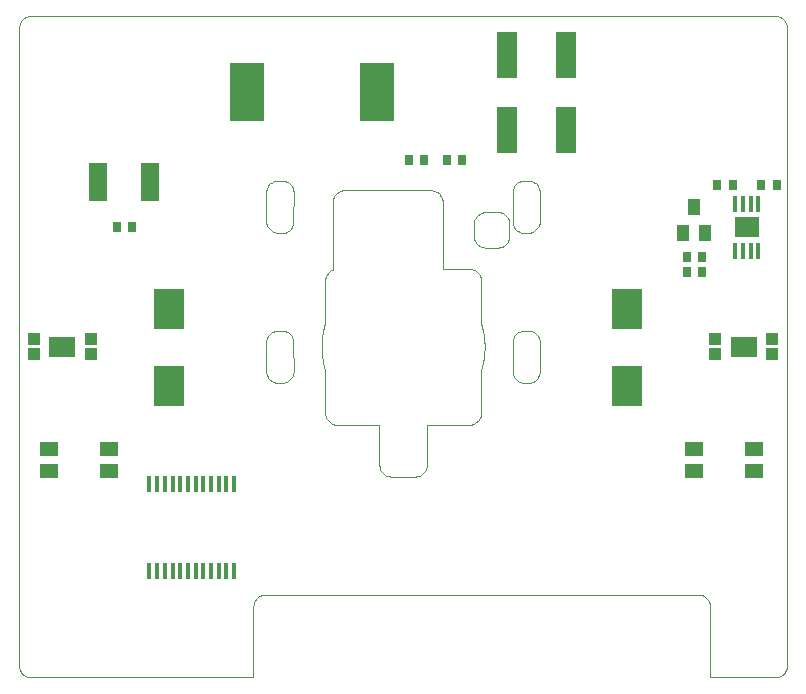
<source format=gtp>
G75*
%MOIN*%
%OFA0B0*%
%FSLAX25Y25*%
%IPPOS*%
%LPD*%
%AMOC8*
5,1,8,0,0,1.08239X$1,22.5*
%
%ADD10C,0.00004*%
%ADD11R,0.03937X0.05512*%
%ADD12R,0.01772X0.05315*%
%ADD13R,0.07874X0.06693*%
%ADD14R,0.04331X0.03937*%
%ADD15R,0.08661X0.07087*%
%ADD16R,0.02756X0.03543*%
%ADD17R,0.09843X0.13780*%
%ADD18R,0.06102X0.12992*%
%ADD19R,0.07087X0.15748*%
%ADD20R,0.11811X0.19685*%
%ADD21R,0.01370X0.05500*%
%ADD22R,0.05906X0.05118*%
D10*
X0003842Y0003667D02*
X0004027Y0003504D01*
X0004223Y0003352D01*
X0004428Y0003213D01*
X0004640Y0003087D01*
X0004861Y0002975D01*
X0005088Y0002877D01*
X0005320Y0002793D01*
X0005558Y0002724D01*
X0005799Y0002670D01*
X0006044Y0002631D01*
X0006290Y0002608D01*
X0006537Y0002600D01*
X0080693Y0002600D01*
X0080691Y0026222D01*
X0080696Y0026428D01*
X0080750Y0026906D01*
X0080863Y0027373D01*
X0081031Y0027823D01*
X0081253Y0028250D01*
X0081525Y0028646D01*
X0081844Y0029006D01*
X0082204Y0029324D01*
X0082600Y0029597D01*
X0083026Y0029819D01*
X0083477Y0029987D01*
X0083944Y0030099D01*
X0084422Y0030154D01*
X0228978Y0030159D01*
X0229389Y0030137D01*
X0229863Y0030058D01*
X0230324Y0029922D01*
X0230765Y0029730D01*
X0231180Y0029486D01*
X0231561Y0029193D01*
X0231904Y0028856D01*
X0232203Y0028480D01*
X0232454Y0028070D01*
X0232654Y0027633D01*
X0232798Y0027174D01*
X0232885Y0026702D01*
X0232915Y0026222D01*
X0232915Y0002600D01*
X0254569Y0002600D01*
X0254816Y0002608D01*
X0255062Y0002631D01*
X0255306Y0002670D01*
X0255548Y0002724D01*
X0255785Y0002793D01*
X0256018Y0002877D01*
X0256245Y0002975D01*
X0256465Y0003087D01*
X0256678Y0003213D01*
X0256883Y0003352D01*
X0257078Y0003504D01*
X0257263Y0003667D01*
X0257439Y0003842D01*
X0257602Y0004027D01*
X0257754Y0004223D01*
X0257893Y0004428D01*
X0258019Y0004640D01*
X0258131Y0004861D01*
X0258229Y0005088D01*
X0258313Y0005320D01*
X0258382Y0005558D01*
X0258436Y0005799D01*
X0258474Y0006044D01*
X0258498Y0006290D01*
X0258506Y0006537D01*
X0258506Y0219135D01*
X0258498Y0219383D01*
X0258474Y0219629D01*
X0258436Y0219873D01*
X0258382Y0220115D01*
X0258313Y0220352D01*
X0258229Y0220585D01*
X0258131Y0220812D01*
X0258019Y0221032D01*
X0257893Y0221245D01*
X0257754Y0221450D01*
X0257602Y0221645D01*
X0257439Y0221830D01*
X0257263Y0222006D01*
X0257078Y0222169D01*
X0256883Y0222320D01*
X0256678Y0222459D01*
X0256465Y0222585D01*
X0256245Y0222698D01*
X0256018Y0222796D01*
X0255785Y0222880D01*
X0255548Y0222949D01*
X0255306Y0223003D01*
X0255062Y0223041D01*
X0254816Y0223065D01*
X0254569Y0223072D01*
X0006537Y0223072D01*
X0006290Y0223065D01*
X0006044Y0223041D01*
X0005799Y0223003D01*
X0005558Y0222949D01*
X0005320Y0222880D01*
X0005088Y0222796D01*
X0004861Y0222698D01*
X0004640Y0222585D01*
X0004428Y0222459D01*
X0004223Y0222320D01*
X0004027Y0222169D01*
X0003842Y0222006D01*
X0003667Y0221830D01*
X0003504Y0221645D01*
X0003352Y0221450D01*
X0003213Y0221245D01*
X0003087Y0221032D01*
X0002975Y0220812D01*
X0002877Y0220585D01*
X0002793Y0220352D01*
X0002724Y0220115D01*
X0002670Y0219873D01*
X0002631Y0219629D01*
X0002608Y0219383D01*
X0002600Y0219135D01*
X0002600Y0006537D01*
X0002608Y0006290D01*
X0002631Y0006044D01*
X0002670Y0005799D01*
X0002724Y0005558D01*
X0002793Y0005320D01*
X0002877Y0005088D01*
X0002975Y0004861D01*
X0003087Y0004640D01*
X0003213Y0004428D01*
X0003352Y0004223D01*
X0003504Y0004027D01*
X0003667Y0003842D01*
X0003842Y0003667D01*
X0086336Y0101696D02*
X0085993Y0102033D01*
X0085694Y0102409D01*
X0085443Y0102819D01*
X0085243Y0103256D01*
X0085099Y0103715D01*
X0085011Y0104187D01*
X0084982Y0104667D01*
X0084984Y0114450D01*
X0085030Y0114928D01*
X0085135Y0115398D01*
X0085295Y0115851D01*
X0085509Y0116281D01*
X0085775Y0116682D01*
X0086087Y0117048D01*
X0086441Y0117372D01*
X0086833Y0117651D01*
X0087255Y0117881D01*
X0087702Y0118057D01*
X0088168Y0118177D01*
X0088644Y0118240D01*
X0090100Y0118250D01*
X0090306Y0118244D01*
X0090784Y0118190D01*
X0091251Y0118078D01*
X0091701Y0117909D01*
X0092128Y0117687D01*
X0092524Y0117415D01*
X0092884Y0117096D01*
X0093202Y0116736D01*
X0093475Y0116340D01*
X0093696Y0115914D01*
X0093865Y0115464D01*
X0093977Y0114996D01*
X0094031Y0114519D01*
X0094035Y0104530D01*
X0093989Y0104051D01*
X0093885Y0103582D01*
X0093724Y0103129D01*
X0093509Y0102698D01*
X0093244Y0102298D01*
X0092932Y0101932D01*
X0092578Y0101607D01*
X0092186Y0101328D01*
X0091764Y0101099D01*
X0091317Y0100923D01*
X0090851Y0100802D01*
X0090375Y0100740D01*
X0088919Y0100730D01*
X0088507Y0100752D01*
X0088033Y0100831D01*
X0087572Y0100967D01*
X0087131Y0101159D01*
X0086717Y0101403D01*
X0086336Y0101696D01*
X0104194Y0106264D02*
X0104083Y0106725D01*
X0103981Y0107188D01*
X0103887Y0107653D01*
X0103800Y0108119D01*
X0103722Y0108587D01*
X0103652Y0109056D01*
X0103590Y0109526D01*
X0103536Y0109996D01*
X0103491Y0110469D01*
X0103454Y0110941D01*
X0103425Y0111415D01*
X0103404Y0111888D01*
X0103391Y0112362D01*
X0103387Y0112836D01*
X0103391Y0113310D01*
X0103404Y0113784D01*
X0103425Y0114258D01*
X0103454Y0114731D01*
X0103491Y0115204D01*
X0103536Y0115676D01*
X0103590Y0116147D01*
X0103652Y0116617D01*
X0103722Y0117086D01*
X0103800Y0117554D01*
X0103887Y0118020D01*
X0103981Y0118484D01*
X0104083Y0118947D01*
X0104194Y0119408D01*
X0104313Y0119867D01*
X0104440Y0120324D01*
X0104570Y0120765D01*
X0104569Y0134883D01*
X0104574Y0135089D01*
X0104628Y0135567D01*
X0104741Y0136034D01*
X0104909Y0136485D01*
X0105131Y0136911D01*
X0105403Y0137307D01*
X0105722Y0137667D01*
X0106082Y0137986D01*
X0106478Y0138258D01*
X0106904Y0138480D01*
X0107133Y0138565D01*
X0107128Y0161065D01*
X0107133Y0161270D01*
X0107187Y0161748D01*
X0107300Y0162216D01*
X0107468Y0162666D01*
X0107690Y0163092D01*
X0107962Y0163488D01*
X0108281Y0163848D01*
X0108641Y0164167D01*
X0109037Y0164439D01*
X0109463Y0164661D01*
X0109913Y0164830D01*
X0110381Y0164942D01*
X0110859Y0164996D01*
X0139805Y0165002D01*
X0140216Y0164980D01*
X0140690Y0164901D01*
X0141151Y0164764D01*
X0141592Y0164572D01*
X0142006Y0164328D01*
X0142387Y0164036D01*
X0142730Y0163699D01*
X0143030Y0163323D01*
X0143281Y0162913D01*
X0143480Y0162476D01*
X0143625Y0162017D01*
X0143712Y0161544D01*
X0143742Y0161065D01*
X0143742Y0138819D01*
X0152600Y0138820D01*
X0153011Y0138799D01*
X0153485Y0138720D01*
X0153946Y0138583D01*
X0154387Y0138391D01*
X0154802Y0138147D01*
X0155183Y0137855D01*
X0155526Y0137518D01*
X0155825Y0137142D01*
X0156076Y0136732D01*
X0156276Y0136294D01*
X0156420Y0135836D01*
X0156507Y0135363D01*
X0156537Y0134883D01*
X0156537Y0120759D01*
X0156666Y0120324D01*
X0156793Y0119867D01*
X0156911Y0119408D01*
X0157022Y0118947D01*
X0157124Y0118484D01*
X0157219Y0118020D01*
X0157306Y0117554D01*
X0157383Y0117086D01*
X0157454Y0116617D01*
X0157516Y0116147D01*
X0157569Y0115676D01*
X0157615Y0115204D01*
X0157652Y0114731D01*
X0157681Y0114258D01*
X0157702Y0113784D01*
X0157714Y0113310D01*
X0157718Y0112836D01*
X0157714Y0112362D01*
X0157702Y0111888D01*
X0157681Y0111415D01*
X0157652Y0110941D01*
X0157615Y0110469D01*
X0157569Y0109996D01*
X0157516Y0109526D01*
X0157454Y0109056D01*
X0157383Y0108587D01*
X0157306Y0108119D01*
X0157219Y0107653D01*
X0157124Y0107188D01*
X0157022Y0106725D01*
X0156911Y0106264D01*
X0156793Y0105805D01*
X0156666Y0105348D01*
X0156537Y0104914D01*
X0156537Y0090789D01*
X0156531Y0090583D01*
X0156477Y0090106D01*
X0156365Y0089638D01*
X0156196Y0089188D01*
X0155975Y0088761D01*
X0155702Y0088365D01*
X0155384Y0088005D01*
X0155024Y0087687D01*
X0154628Y0087414D01*
X0154201Y0087193D01*
X0153751Y0087024D01*
X0153283Y0086912D01*
X0152806Y0086857D01*
X0138488Y0086856D01*
X0138427Y0086837D01*
X0138427Y0073466D01*
X0138421Y0073260D01*
X0138367Y0072783D01*
X0138255Y0072315D01*
X0138086Y0071865D01*
X0137865Y0071439D01*
X0137592Y0071043D01*
X0137274Y0070682D01*
X0136913Y0070364D01*
X0136517Y0070091D01*
X0136091Y0069870D01*
X0135641Y0069701D01*
X0135173Y0069589D01*
X0134696Y0069535D01*
X0126616Y0069529D01*
X0126410Y0069535D01*
X0125932Y0069589D01*
X0125465Y0069701D01*
X0125015Y0069870D01*
X0124588Y0070091D01*
X0124192Y0070364D01*
X0123832Y0070682D01*
X0123513Y0071043D01*
X0123241Y0071439D01*
X0123019Y0071865D01*
X0122851Y0072315D01*
X0122739Y0072783D01*
X0122684Y0073260D01*
X0122683Y0086836D01*
X0122624Y0086854D01*
X0108506Y0086852D01*
X0108300Y0086857D01*
X0107822Y0086912D01*
X0107355Y0087024D01*
X0106904Y0087193D01*
X0106478Y0087414D01*
X0106082Y0087687D01*
X0105722Y0088005D01*
X0105403Y0088365D01*
X0105131Y0088761D01*
X0104909Y0089188D01*
X0104741Y0089638D01*
X0104628Y0090106D01*
X0104574Y0090583D01*
X0104572Y0104901D01*
X0104440Y0105348D01*
X0104313Y0105805D01*
X0104194Y0106264D01*
X0091251Y0150902D02*
X0090784Y0150790D01*
X0090306Y0150735D01*
X0090100Y0150730D01*
X0088644Y0150739D01*
X0088168Y0150802D01*
X0087702Y0150923D01*
X0087255Y0151099D01*
X0086833Y0151328D01*
X0086441Y0151607D01*
X0086087Y0151932D01*
X0085775Y0152298D01*
X0085509Y0152698D01*
X0085295Y0153129D01*
X0085135Y0153582D01*
X0085030Y0154051D01*
X0084984Y0154530D01*
X0084982Y0164313D01*
X0085011Y0164792D01*
X0085099Y0165265D01*
X0085243Y0165723D01*
X0085443Y0166161D01*
X0085694Y0166570D01*
X0085993Y0166947D01*
X0086336Y0167284D01*
X0086717Y0167576D01*
X0087131Y0167820D01*
X0087572Y0168012D01*
X0088033Y0168148D01*
X0088507Y0168228D01*
X0088919Y0168250D01*
X0090375Y0168240D01*
X0090851Y0168177D01*
X0091317Y0168057D01*
X0091764Y0167881D01*
X0092186Y0167651D01*
X0092578Y0167372D01*
X0092932Y0167047D01*
X0093244Y0166682D01*
X0093509Y0166281D01*
X0093724Y0165851D01*
X0093885Y0165398D01*
X0093989Y0164928D01*
X0094035Y0164450D01*
X0094031Y0154461D01*
X0093977Y0153983D01*
X0093865Y0153516D01*
X0093696Y0153066D01*
X0093475Y0152639D01*
X0093202Y0152243D01*
X0092884Y0151883D01*
X0092524Y0151565D01*
X0092128Y0151292D01*
X0091701Y0151070D01*
X0091251Y0150902D01*
X0154180Y0149638D02*
X0154175Y0153781D01*
X0154180Y0153987D01*
X0154235Y0154465D01*
X0154347Y0154932D01*
X0154515Y0155382D01*
X0154737Y0155809D01*
X0155009Y0156205D01*
X0155328Y0156565D01*
X0155688Y0156883D01*
X0156084Y0157156D01*
X0156511Y0157378D01*
X0156961Y0157546D01*
X0157428Y0157658D01*
X0157906Y0157713D01*
X0162049Y0157718D01*
X0162460Y0157696D01*
X0162934Y0157617D01*
X0163395Y0157481D01*
X0163836Y0157289D01*
X0164250Y0157045D01*
X0164632Y0156752D01*
X0164974Y0156415D01*
X0165274Y0156039D01*
X0165525Y0155630D01*
X0165724Y0155192D01*
X0165869Y0154733D01*
X0165956Y0154261D01*
X0165986Y0153781D01*
X0165986Y0149844D01*
X0165980Y0149638D01*
X0165926Y0149160D01*
X0165814Y0148693D01*
X0165645Y0148243D01*
X0165424Y0147817D01*
X0165151Y0147420D01*
X0164833Y0147060D01*
X0164472Y0146742D01*
X0164076Y0146469D01*
X0163650Y0146248D01*
X0163200Y0146079D01*
X0162732Y0145967D01*
X0162255Y0145913D01*
X0158112Y0145907D01*
X0157906Y0145913D01*
X0157428Y0145967D01*
X0156961Y0146079D01*
X0156511Y0146248D01*
X0156084Y0146469D01*
X0155688Y0146742D01*
X0155328Y0147060D01*
X0155009Y0147420D01*
X0154737Y0147817D01*
X0154515Y0148243D01*
X0154347Y0148693D01*
X0154235Y0149160D01*
X0154180Y0149638D01*
X0167128Y0153983D02*
X0167074Y0154461D01*
X0167071Y0164450D01*
X0167117Y0164928D01*
X0167221Y0165398D01*
X0167381Y0165851D01*
X0167596Y0166281D01*
X0167861Y0166682D01*
X0168174Y0167047D01*
X0168528Y0167372D01*
X0168919Y0167651D01*
X0169342Y0167881D01*
X0169789Y0168057D01*
X0170254Y0168177D01*
X0170731Y0168240D01*
X0172187Y0168250D01*
X0172598Y0168228D01*
X0173072Y0168148D01*
X0173533Y0168012D01*
X0173974Y0167820D01*
X0174388Y0167576D01*
X0174769Y0167284D01*
X0175112Y0166947D01*
X0175411Y0166570D01*
X0175663Y0166161D01*
X0175862Y0165723D01*
X0176007Y0165265D01*
X0176094Y0164792D01*
X0176124Y0164313D01*
X0176121Y0154530D01*
X0176075Y0154051D01*
X0175971Y0153582D01*
X0175811Y0153129D01*
X0175596Y0152698D01*
X0175331Y0152298D01*
X0175019Y0151932D01*
X0174664Y0151607D01*
X0174273Y0151328D01*
X0173850Y0151099D01*
X0173403Y0150923D01*
X0172938Y0150802D01*
X0172461Y0150739D01*
X0171006Y0150730D01*
X0170800Y0150735D01*
X0170322Y0150790D01*
X0169854Y0150902D01*
X0169404Y0151070D01*
X0168978Y0151292D01*
X0168581Y0151565D01*
X0168222Y0151883D01*
X0167903Y0152243D01*
X0167631Y0152639D01*
X0167409Y0153066D01*
X0167241Y0153516D01*
X0167128Y0153983D01*
X0170800Y0118244D02*
X0171006Y0118250D01*
X0172461Y0118240D01*
X0172938Y0118177D01*
X0173403Y0118057D01*
X0173850Y0117881D01*
X0174273Y0117651D01*
X0174664Y0117372D01*
X0175019Y0117048D01*
X0175331Y0116682D01*
X0175596Y0116281D01*
X0175811Y0115851D01*
X0175971Y0115398D01*
X0176075Y0114928D01*
X0176121Y0114450D01*
X0176124Y0104667D01*
X0176094Y0104187D01*
X0176007Y0103715D01*
X0175862Y0103256D01*
X0175663Y0102819D01*
X0175411Y0102409D01*
X0175112Y0102033D01*
X0174769Y0101696D01*
X0174388Y0101403D01*
X0173974Y0101159D01*
X0173533Y0100967D01*
X0173072Y0100831D01*
X0172598Y0100752D01*
X0172187Y0100730D01*
X0170731Y0100740D01*
X0170254Y0100802D01*
X0169789Y0100923D01*
X0169342Y0101099D01*
X0168919Y0101328D01*
X0168528Y0101607D01*
X0168174Y0101932D01*
X0167861Y0102298D01*
X0167596Y0102698D01*
X0167381Y0103129D01*
X0167221Y0103582D01*
X0167117Y0104051D01*
X0167071Y0104530D01*
X0167074Y0114519D01*
X0167128Y0114996D01*
X0167241Y0115464D01*
X0167409Y0115914D01*
X0167631Y0116340D01*
X0167903Y0116736D01*
X0168222Y0117096D01*
X0168581Y0117415D01*
X0168978Y0117687D01*
X0169404Y0117909D01*
X0169854Y0118078D01*
X0170322Y0118190D01*
X0170800Y0118244D01*
D11*
X0223860Y0150769D03*
X0231340Y0150769D03*
X0227600Y0159431D03*
D12*
X0241261Y0160376D03*
X0243820Y0160376D03*
X0246380Y0160376D03*
X0248939Y0160376D03*
X0248939Y0144824D03*
X0246380Y0144824D03*
X0243820Y0144824D03*
X0241261Y0144824D03*
D13*
X0245100Y0152600D03*
D14*
X0253584Y0115395D03*
X0253584Y0110277D03*
X0234687Y0110277D03*
X0234687Y0115395D03*
X0026419Y0115395D03*
X0026419Y0110277D03*
X0007521Y0110277D03*
X0007521Y0115395D03*
D15*
X0016970Y0112836D03*
X0244135Y0112836D03*
D16*
X0230159Y0137600D03*
X0230159Y0142600D03*
X0225041Y0142600D03*
X0225041Y0137600D03*
X0235297Y0166655D03*
X0240415Y0166655D03*
X0249923Y0166714D03*
X0255041Y0166714D03*
X0150159Y0175100D03*
X0145041Y0175100D03*
X0137659Y0175100D03*
X0132541Y0175100D03*
X0040159Y0152600D03*
X0035041Y0152600D03*
D17*
X0052600Y0125395D03*
X0052600Y0099805D03*
X0205100Y0099805D03*
X0205100Y0125395D03*
D18*
X0046202Y0167600D03*
X0028998Y0167600D03*
D19*
X0165257Y0185100D03*
X0184943Y0185100D03*
X0184943Y0210100D03*
X0165257Y0210100D03*
D20*
X0121754Y0197600D03*
X0078446Y0197600D03*
D21*
X0074175Y0066994D03*
X0071616Y0066994D03*
X0069057Y0066994D03*
X0066498Y0066994D03*
X0063939Y0066994D03*
X0061380Y0066994D03*
X0058820Y0066994D03*
X0056261Y0066994D03*
X0053702Y0066994D03*
X0051143Y0066994D03*
X0048584Y0066994D03*
X0046025Y0066994D03*
X0046025Y0038206D03*
X0048584Y0038206D03*
X0051143Y0038206D03*
X0053702Y0038206D03*
X0056261Y0038206D03*
X0058820Y0038206D03*
X0061380Y0038206D03*
X0063939Y0038206D03*
X0066498Y0038206D03*
X0069057Y0038206D03*
X0071616Y0038206D03*
X0074175Y0038206D03*
D22*
X0032600Y0071360D03*
X0032600Y0078840D03*
X0012600Y0078840D03*
X0012600Y0071360D03*
X0227600Y0071360D03*
X0227600Y0078840D03*
X0247600Y0078840D03*
X0247600Y0071360D03*
M02*

</source>
